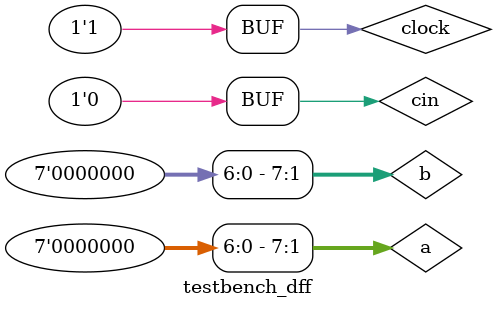
<source format=v>
module testbench_dff;

	reg [7:0] a;
	reg [7:0] b;
	reg cin;
	reg clock;

	wire [7:0] dataflow_sum;
	wire dataflow_carry;
always
	begin
	clock = 0; #5;
	clock = 1; #5;
	end
	
adder_dataflow_dff test_dataflow_dff(
	.sum(dataflow_sum),
	.carry(dataflow_carry),
	.a(a),
	.b(b),
	.cin(cin),
	.clock(clock)
);

initial begin
		a = 8'b01111111;
	  	b = 8'b01111111;
	 	cin = 0;
		#5
		a = $random;
		b = $random;
		cin = 0;
		#5
		a = $random;
		b = $random;
		cin = 0;
		#5
		a = $random;
		b = $random;
		cin = 0;
		#5
		a = $random;
		b = $random;
		cin = 0;
	end
endmodule 
</source>
